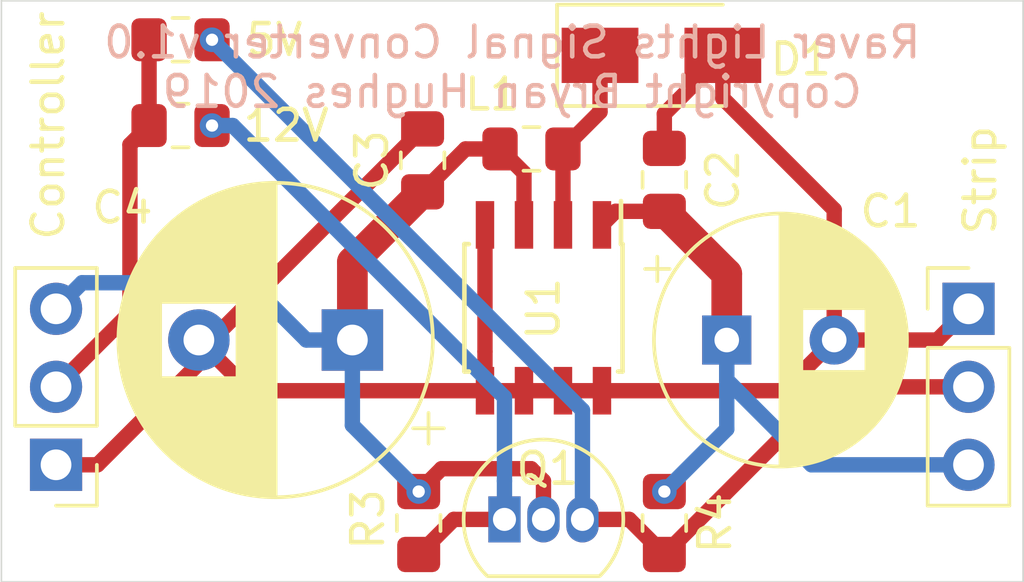
<source format=kicad_pcb>
(kicad_pcb (version 20171130) (host pcbnew "(5.1.0)-1")

  (general
    (thickness 1.6)
    (drawings 9)
    (tracks 71)
    (zones 0)
    (modules 14)
    (nets 8)
  )

  (page A4)
  (layers
    (0 F.Cu signal)
    (31 B.Cu signal)
    (32 B.Adhes user)
    (33 F.Adhes user)
    (34 B.Paste user)
    (35 F.Paste user)
    (36 B.SilkS user)
    (37 F.SilkS user)
    (38 B.Mask user)
    (39 F.Mask user)
    (40 Dwgs.User user)
    (41 Cmts.User user)
    (42 Eco1.User user)
    (43 Eco2.User user)
    (44 Edge.Cuts user)
    (45 Margin user)
    (46 B.CrtYd user)
    (47 F.CrtYd user)
    (48 B.Fab user)
    (49 F.Fab user)
  )

  (setup
    (last_trace_width 0.5)
    (user_trace_width 0.5)
    (user_trace_width 1)
    (user_trace_width 2)
    (trace_clearance 0.2)
    (zone_clearance 0.508)
    (zone_45_only no)
    (trace_min 0.2)
    (via_size 0.8)
    (via_drill 0.4)
    (via_min_size 0.4)
    (via_min_drill 0.3)
    (uvia_size 0.3)
    (uvia_drill 0.1)
    (uvias_allowed no)
    (uvia_min_size 0.2)
    (uvia_min_drill 0.1)
    (edge_width 0.05)
    (segment_width 0.2)
    (pcb_text_width 0.3)
    (pcb_text_size 1.5 1.5)
    (mod_edge_width 0.12)
    (mod_text_size 1 1)
    (mod_text_width 0.15)
    (pad_size 1.524 1.524)
    (pad_drill 0.762)
    (pad_to_mask_clearance 0.051)
    (solder_mask_min_width 0.25)
    (aux_axis_origin 0 0)
    (visible_elements FFFFFF7F)
    (pcbplotparams
      (layerselection 0x010fc_ffffffff)
      (usegerberextensions false)
      (usegerberattributes false)
      (usegerberadvancedattributes false)
      (creategerberjobfile false)
      (excludeedgelayer true)
      (linewidth 0.100000)
      (plotframeref false)
      (viasonmask false)
      (mode 1)
      (useauxorigin false)
      (hpglpennumber 1)
      (hpglpenspeed 20)
      (hpglpendiameter 15.000000)
      (psnegative false)
      (psa4output false)
      (plotreference true)
      (plotvalue true)
      (plotinvisibletext false)
      (padsonsilk false)
      (subtractmaskfromsilk false)
      (outputformat 1)
      (mirror false)
      (drillshape 1)
      (scaleselection 1)
      (outputdirectory ""))
  )

  (net 0 "")
  (net 1 +12V)
  (net 2 GND)
  (net 3 +5V)
  (net 4 "Net-(D1-Pad1)")
  (net 5 "Net-(Q1-Pad3)")
  (net 6 "Net-(Q1-Pad1)")
  (net 7 "Net-(R1-Pad2)")

  (net_class Default "This is the default net class."
    (clearance 0.2)
    (trace_width 0.25)
    (via_dia 0.8)
    (via_drill 0.4)
    (uvia_dia 0.3)
    (uvia_drill 0.1)
    (add_net +12V)
    (add_net +5V)
    (add_net GND)
    (add_net "Net-(D1-Pad1)")
    (add_net "Net-(Q1-Pad1)")
    (add_net "Net-(Q1-Pad3)")
    (add_net "Net-(R1-Pad2)")
  )

  (module Capacitor_THT:CP_Radial_D8.0mm_P3.50mm (layer F.Cu) (tedit 5AE50EF0) (tstamp 5D4CC569)
    (at 166.751 98.044)
    (descr "CP, Radial series, Radial, pin pitch=3.50mm, , diameter=8mm, Electrolytic Capacitor")
    (tags "CP Radial series Radial pin pitch 3.50mm  diameter 8mm Electrolytic Capacitor")
    (path /5D4FFBA1)
    (fp_text reference C1 (at 5.334 -4.191) (layer F.SilkS)
      (effects (font (size 1 1) (thickness 0.15)))
    )
    (fp_text value 330u (at 1.75 5.25) (layer F.Fab) hide
      (effects (font (size 1 1) (thickness 0.15)))
    )
    (fp_circle (center 1.75 0) (end 5.75 0) (layer F.Fab) (width 0.1))
    (fp_circle (center 1.75 0) (end 5.87 0) (layer F.SilkS) (width 0.12))
    (fp_circle (center 1.75 0) (end 6 0) (layer F.CrtYd) (width 0.05))
    (fp_line (start -1.676759 -1.7475) (end -0.876759 -1.7475) (layer F.Fab) (width 0.1))
    (fp_line (start -1.276759 -2.1475) (end -1.276759 -1.3475) (layer F.Fab) (width 0.1))
    (fp_line (start 1.75 -4.08) (end 1.75 4.08) (layer F.SilkS) (width 0.12))
    (fp_line (start 1.79 -4.08) (end 1.79 4.08) (layer F.SilkS) (width 0.12))
    (fp_line (start 1.83 -4.08) (end 1.83 4.08) (layer F.SilkS) (width 0.12))
    (fp_line (start 1.87 -4.079) (end 1.87 4.079) (layer F.SilkS) (width 0.12))
    (fp_line (start 1.91 -4.077) (end 1.91 4.077) (layer F.SilkS) (width 0.12))
    (fp_line (start 1.95 -4.076) (end 1.95 4.076) (layer F.SilkS) (width 0.12))
    (fp_line (start 1.99 -4.074) (end 1.99 4.074) (layer F.SilkS) (width 0.12))
    (fp_line (start 2.03 -4.071) (end 2.03 4.071) (layer F.SilkS) (width 0.12))
    (fp_line (start 2.07 -4.068) (end 2.07 4.068) (layer F.SilkS) (width 0.12))
    (fp_line (start 2.11 -4.065) (end 2.11 4.065) (layer F.SilkS) (width 0.12))
    (fp_line (start 2.15 -4.061) (end 2.15 4.061) (layer F.SilkS) (width 0.12))
    (fp_line (start 2.19 -4.057) (end 2.19 4.057) (layer F.SilkS) (width 0.12))
    (fp_line (start 2.23 -4.052) (end 2.23 4.052) (layer F.SilkS) (width 0.12))
    (fp_line (start 2.27 -4.048) (end 2.27 4.048) (layer F.SilkS) (width 0.12))
    (fp_line (start 2.31 -4.042) (end 2.31 4.042) (layer F.SilkS) (width 0.12))
    (fp_line (start 2.35 -4.037) (end 2.35 4.037) (layer F.SilkS) (width 0.12))
    (fp_line (start 2.39 -4.03) (end 2.39 4.03) (layer F.SilkS) (width 0.12))
    (fp_line (start 2.43 -4.024) (end 2.43 4.024) (layer F.SilkS) (width 0.12))
    (fp_line (start 2.471 -4.017) (end 2.471 -1.04) (layer F.SilkS) (width 0.12))
    (fp_line (start 2.471 1.04) (end 2.471 4.017) (layer F.SilkS) (width 0.12))
    (fp_line (start 2.511 -4.01) (end 2.511 -1.04) (layer F.SilkS) (width 0.12))
    (fp_line (start 2.511 1.04) (end 2.511 4.01) (layer F.SilkS) (width 0.12))
    (fp_line (start 2.551 -4.002) (end 2.551 -1.04) (layer F.SilkS) (width 0.12))
    (fp_line (start 2.551 1.04) (end 2.551 4.002) (layer F.SilkS) (width 0.12))
    (fp_line (start 2.591 -3.994) (end 2.591 -1.04) (layer F.SilkS) (width 0.12))
    (fp_line (start 2.591 1.04) (end 2.591 3.994) (layer F.SilkS) (width 0.12))
    (fp_line (start 2.631 -3.985) (end 2.631 -1.04) (layer F.SilkS) (width 0.12))
    (fp_line (start 2.631 1.04) (end 2.631 3.985) (layer F.SilkS) (width 0.12))
    (fp_line (start 2.671 -3.976) (end 2.671 -1.04) (layer F.SilkS) (width 0.12))
    (fp_line (start 2.671 1.04) (end 2.671 3.976) (layer F.SilkS) (width 0.12))
    (fp_line (start 2.711 -3.967) (end 2.711 -1.04) (layer F.SilkS) (width 0.12))
    (fp_line (start 2.711 1.04) (end 2.711 3.967) (layer F.SilkS) (width 0.12))
    (fp_line (start 2.751 -3.957) (end 2.751 -1.04) (layer F.SilkS) (width 0.12))
    (fp_line (start 2.751 1.04) (end 2.751 3.957) (layer F.SilkS) (width 0.12))
    (fp_line (start 2.791 -3.947) (end 2.791 -1.04) (layer F.SilkS) (width 0.12))
    (fp_line (start 2.791 1.04) (end 2.791 3.947) (layer F.SilkS) (width 0.12))
    (fp_line (start 2.831 -3.936) (end 2.831 -1.04) (layer F.SilkS) (width 0.12))
    (fp_line (start 2.831 1.04) (end 2.831 3.936) (layer F.SilkS) (width 0.12))
    (fp_line (start 2.871 -3.925) (end 2.871 -1.04) (layer F.SilkS) (width 0.12))
    (fp_line (start 2.871 1.04) (end 2.871 3.925) (layer F.SilkS) (width 0.12))
    (fp_line (start 2.911 -3.914) (end 2.911 -1.04) (layer F.SilkS) (width 0.12))
    (fp_line (start 2.911 1.04) (end 2.911 3.914) (layer F.SilkS) (width 0.12))
    (fp_line (start 2.951 -3.902) (end 2.951 -1.04) (layer F.SilkS) (width 0.12))
    (fp_line (start 2.951 1.04) (end 2.951 3.902) (layer F.SilkS) (width 0.12))
    (fp_line (start 2.991 -3.889) (end 2.991 -1.04) (layer F.SilkS) (width 0.12))
    (fp_line (start 2.991 1.04) (end 2.991 3.889) (layer F.SilkS) (width 0.12))
    (fp_line (start 3.031 -3.877) (end 3.031 -1.04) (layer F.SilkS) (width 0.12))
    (fp_line (start 3.031 1.04) (end 3.031 3.877) (layer F.SilkS) (width 0.12))
    (fp_line (start 3.071 -3.863) (end 3.071 -1.04) (layer F.SilkS) (width 0.12))
    (fp_line (start 3.071 1.04) (end 3.071 3.863) (layer F.SilkS) (width 0.12))
    (fp_line (start 3.111 -3.85) (end 3.111 -1.04) (layer F.SilkS) (width 0.12))
    (fp_line (start 3.111 1.04) (end 3.111 3.85) (layer F.SilkS) (width 0.12))
    (fp_line (start 3.151 -3.835) (end 3.151 -1.04) (layer F.SilkS) (width 0.12))
    (fp_line (start 3.151 1.04) (end 3.151 3.835) (layer F.SilkS) (width 0.12))
    (fp_line (start 3.191 -3.821) (end 3.191 -1.04) (layer F.SilkS) (width 0.12))
    (fp_line (start 3.191 1.04) (end 3.191 3.821) (layer F.SilkS) (width 0.12))
    (fp_line (start 3.231 -3.805) (end 3.231 -1.04) (layer F.SilkS) (width 0.12))
    (fp_line (start 3.231 1.04) (end 3.231 3.805) (layer F.SilkS) (width 0.12))
    (fp_line (start 3.271 -3.79) (end 3.271 -1.04) (layer F.SilkS) (width 0.12))
    (fp_line (start 3.271 1.04) (end 3.271 3.79) (layer F.SilkS) (width 0.12))
    (fp_line (start 3.311 -3.774) (end 3.311 -1.04) (layer F.SilkS) (width 0.12))
    (fp_line (start 3.311 1.04) (end 3.311 3.774) (layer F.SilkS) (width 0.12))
    (fp_line (start 3.351 -3.757) (end 3.351 -1.04) (layer F.SilkS) (width 0.12))
    (fp_line (start 3.351 1.04) (end 3.351 3.757) (layer F.SilkS) (width 0.12))
    (fp_line (start 3.391 -3.74) (end 3.391 -1.04) (layer F.SilkS) (width 0.12))
    (fp_line (start 3.391 1.04) (end 3.391 3.74) (layer F.SilkS) (width 0.12))
    (fp_line (start 3.431 -3.722) (end 3.431 -1.04) (layer F.SilkS) (width 0.12))
    (fp_line (start 3.431 1.04) (end 3.431 3.722) (layer F.SilkS) (width 0.12))
    (fp_line (start 3.471 -3.704) (end 3.471 -1.04) (layer F.SilkS) (width 0.12))
    (fp_line (start 3.471 1.04) (end 3.471 3.704) (layer F.SilkS) (width 0.12))
    (fp_line (start 3.511 -3.686) (end 3.511 -1.04) (layer F.SilkS) (width 0.12))
    (fp_line (start 3.511 1.04) (end 3.511 3.686) (layer F.SilkS) (width 0.12))
    (fp_line (start 3.551 -3.666) (end 3.551 -1.04) (layer F.SilkS) (width 0.12))
    (fp_line (start 3.551 1.04) (end 3.551 3.666) (layer F.SilkS) (width 0.12))
    (fp_line (start 3.591 -3.647) (end 3.591 -1.04) (layer F.SilkS) (width 0.12))
    (fp_line (start 3.591 1.04) (end 3.591 3.647) (layer F.SilkS) (width 0.12))
    (fp_line (start 3.631 -3.627) (end 3.631 -1.04) (layer F.SilkS) (width 0.12))
    (fp_line (start 3.631 1.04) (end 3.631 3.627) (layer F.SilkS) (width 0.12))
    (fp_line (start 3.671 -3.606) (end 3.671 -1.04) (layer F.SilkS) (width 0.12))
    (fp_line (start 3.671 1.04) (end 3.671 3.606) (layer F.SilkS) (width 0.12))
    (fp_line (start 3.711 -3.584) (end 3.711 -1.04) (layer F.SilkS) (width 0.12))
    (fp_line (start 3.711 1.04) (end 3.711 3.584) (layer F.SilkS) (width 0.12))
    (fp_line (start 3.751 -3.562) (end 3.751 -1.04) (layer F.SilkS) (width 0.12))
    (fp_line (start 3.751 1.04) (end 3.751 3.562) (layer F.SilkS) (width 0.12))
    (fp_line (start 3.791 -3.54) (end 3.791 -1.04) (layer F.SilkS) (width 0.12))
    (fp_line (start 3.791 1.04) (end 3.791 3.54) (layer F.SilkS) (width 0.12))
    (fp_line (start 3.831 -3.517) (end 3.831 -1.04) (layer F.SilkS) (width 0.12))
    (fp_line (start 3.831 1.04) (end 3.831 3.517) (layer F.SilkS) (width 0.12))
    (fp_line (start 3.871 -3.493) (end 3.871 -1.04) (layer F.SilkS) (width 0.12))
    (fp_line (start 3.871 1.04) (end 3.871 3.493) (layer F.SilkS) (width 0.12))
    (fp_line (start 3.911 -3.469) (end 3.911 -1.04) (layer F.SilkS) (width 0.12))
    (fp_line (start 3.911 1.04) (end 3.911 3.469) (layer F.SilkS) (width 0.12))
    (fp_line (start 3.951 -3.444) (end 3.951 -1.04) (layer F.SilkS) (width 0.12))
    (fp_line (start 3.951 1.04) (end 3.951 3.444) (layer F.SilkS) (width 0.12))
    (fp_line (start 3.991 -3.418) (end 3.991 -1.04) (layer F.SilkS) (width 0.12))
    (fp_line (start 3.991 1.04) (end 3.991 3.418) (layer F.SilkS) (width 0.12))
    (fp_line (start 4.031 -3.392) (end 4.031 -1.04) (layer F.SilkS) (width 0.12))
    (fp_line (start 4.031 1.04) (end 4.031 3.392) (layer F.SilkS) (width 0.12))
    (fp_line (start 4.071 -3.365) (end 4.071 -1.04) (layer F.SilkS) (width 0.12))
    (fp_line (start 4.071 1.04) (end 4.071 3.365) (layer F.SilkS) (width 0.12))
    (fp_line (start 4.111 -3.338) (end 4.111 -1.04) (layer F.SilkS) (width 0.12))
    (fp_line (start 4.111 1.04) (end 4.111 3.338) (layer F.SilkS) (width 0.12))
    (fp_line (start 4.151 -3.309) (end 4.151 -1.04) (layer F.SilkS) (width 0.12))
    (fp_line (start 4.151 1.04) (end 4.151 3.309) (layer F.SilkS) (width 0.12))
    (fp_line (start 4.191 -3.28) (end 4.191 -1.04) (layer F.SilkS) (width 0.12))
    (fp_line (start 4.191 1.04) (end 4.191 3.28) (layer F.SilkS) (width 0.12))
    (fp_line (start 4.231 -3.25) (end 4.231 -1.04) (layer F.SilkS) (width 0.12))
    (fp_line (start 4.231 1.04) (end 4.231 3.25) (layer F.SilkS) (width 0.12))
    (fp_line (start 4.271 -3.22) (end 4.271 -1.04) (layer F.SilkS) (width 0.12))
    (fp_line (start 4.271 1.04) (end 4.271 3.22) (layer F.SilkS) (width 0.12))
    (fp_line (start 4.311 -3.189) (end 4.311 -1.04) (layer F.SilkS) (width 0.12))
    (fp_line (start 4.311 1.04) (end 4.311 3.189) (layer F.SilkS) (width 0.12))
    (fp_line (start 4.351 -3.156) (end 4.351 -1.04) (layer F.SilkS) (width 0.12))
    (fp_line (start 4.351 1.04) (end 4.351 3.156) (layer F.SilkS) (width 0.12))
    (fp_line (start 4.391 -3.124) (end 4.391 -1.04) (layer F.SilkS) (width 0.12))
    (fp_line (start 4.391 1.04) (end 4.391 3.124) (layer F.SilkS) (width 0.12))
    (fp_line (start 4.431 -3.09) (end 4.431 -1.04) (layer F.SilkS) (width 0.12))
    (fp_line (start 4.431 1.04) (end 4.431 3.09) (layer F.SilkS) (width 0.12))
    (fp_line (start 4.471 -3.055) (end 4.471 -1.04) (layer F.SilkS) (width 0.12))
    (fp_line (start 4.471 1.04) (end 4.471 3.055) (layer F.SilkS) (width 0.12))
    (fp_line (start 4.511 -3.019) (end 4.511 -1.04) (layer F.SilkS) (width 0.12))
    (fp_line (start 4.511 1.04) (end 4.511 3.019) (layer F.SilkS) (width 0.12))
    (fp_line (start 4.551 -2.983) (end 4.551 2.983) (layer F.SilkS) (width 0.12))
    (fp_line (start 4.591 -2.945) (end 4.591 2.945) (layer F.SilkS) (width 0.12))
    (fp_line (start 4.631 -2.907) (end 4.631 2.907) (layer F.SilkS) (width 0.12))
    (fp_line (start 4.671 -2.867) (end 4.671 2.867) (layer F.SilkS) (width 0.12))
    (fp_line (start 4.711 -2.826) (end 4.711 2.826) (layer F.SilkS) (width 0.12))
    (fp_line (start 4.751 -2.784) (end 4.751 2.784) (layer F.SilkS) (width 0.12))
    (fp_line (start 4.791 -2.741) (end 4.791 2.741) (layer F.SilkS) (width 0.12))
    (fp_line (start 4.831 -2.697) (end 4.831 2.697) (layer F.SilkS) (width 0.12))
    (fp_line (start 4.871 -2.651) (end 4.871 2.651) (layer F.SilkS) (width 0.12))
    (fp_line (start 4.911 -2.604) (end 4.911 2.604) (layer F.SilkS) (width 0.12))
    (fp_line (start 4.951 -2.556) (end 4.951 2.556) (layer F.SilkS) (width 0.12))
    (fp_line (start 4.991 -2.505) (end 4.991 2.505) (layer F.SilkS) (width 0.12))
    (fp_line (start 5.031 -2.454) (end 5.031 2.454) (layer F.SilkS) (width 0.12))
    (fp_line (start 5.071 -2.4) (end 5.071 2.4) (layer F.SilkS) (width 0.12))
    (fp_line (start 5.111 -2.345) (end 5.111 2.345) (layer F.SilkS) (width 0.12))
    (fp_line (start 5.151 -2.287) (end 5.151 2.287) (layer F.SilkS) (width 0.12))
    (fp_line (start 5.191 -2.228) (end 5.191 2.228) (layer F.SilkS) (width 0.12))
    (fp_line (start 5.231 -2.166) (end 5.231 2.166) (layer F.SilkS) (width 0.12))
    (fp_line (start 5.271 -2.102) (end 5.271 2.102) (layer F.SilkS) (width 0.12))
    (fp_line (start 5.311 -2.034) (end 5.311 2.034) (layer F.SilkS) (width 0.12))
    (fp_line (start 5.351 -1.964) (end 5.351 1.964) (layer F.SilkS) (width 0.12))
    (fp_line (start 5.391 -1.89) (end 5.391 1.89) (layer F.SilkS) (width 0.12))
    (fp_line (start 5.431 -1.813) (end 5.431 1.813) (layer F.SilkS) (width 0.12))
    (fp_line (start 5.471 -1.731) (end 5.471 1.731) (layer F.SilkS) (width 0.12))
    (fp_line (start 5.511 -1.645) (end 5.511 1.645) (layer F.SilkS) (width 0.12))
    (fp_line (start 5.551 -1.552) (end 5.551 1.552) (layer F.SilkS) (width 0.12))
    (fp_line (start 5.591 -1.453) (end 5.591 1.453) (layer F.SilkS) (width 0.12))
    (fp_line (start 5.631 -1.346) (end 5.631 1.346) (layer F.SilkS) (width 0.12))
    (fp_line (start 5.671 -1.229) (end 5.671 1.229) (layer F.SilkS) (width 0.12))
    (fp_line (start 5.711 -1.098) (end 5.711 1.098) (layer F.SilkS) (width 0.12))
    (fp_line (start 5.751 -0.948) (end 5.751 0.948) (layer F.SilkS) (width 0.12))
    (fp_line (start 5.791 -0.768) (end 5.791 0.768) (layer F.SilkS) (width 0.12))
    (fp_line (start 5.831 -0.533) (end 5.831 0.533) (layer F.SilkS) (width 0.12))
    (fp_line (start -2.659698 -2.315) (end -1.859698 -2.315) (layer F.SilkS) (width 0.12))
    (fp_line (start -2.259698 -2.715) (end -2.259698 -1.915) (layer F.SilkS) (width 0.12))
    (fp_text user %R (at 1.75 0) (layer F.Fab)
      (effects (font (size 1 1) (thickness 0.15)))
    )
    (pad 1 thru_hole rect (at 0 0) (size 1.6 1.6) (drill 0.8) (layers *.Cu *.Mask)
      (net 1 +12V))
    (pad 2 thru_hole circle (at 3.5 0) (size 1.6 1.6) (drill 0.8) (layers *.Cu *.Mask)
      (net 2 GND))
    (model ${KISYS3DMOD}/Capacitor_THT.3dshapes/CP_Radial_D8.0mm_P3.50mm.wrl
      (at (xyz 0 0 0))
      (scale (xyz 1 1 1))
      (rotate (xyz 0 0 0))
    )
  )

  (module Capacitor_SMD:C_0805_2012Metric_Pad1.15x1.40mm_HandSolder (layer F.Cu) (tedit 5B36C52B) (tstamp 5D4C94EE)
    (at 164.719 92.828 90)
    (descr "Capacitor SMD 0805 (2012 Metric), square (rectangular) end terminal, IPC_7351 nominal with elongated pad for handsoldering. (Body size source: https://docs.google.com/spreadsheets/d/1BsfQQcO9C6DZCsRaXUlFlo91Tg2WpOkGARC1WS5S8t0/edit?usp=sharing), generated with kicad-footprint-generator")
    (tags "capacitor handsolder")
    (path /5D4E2B6E)
    (attr smd)
    (fp_text reference C2 (at -0.009 1.905 90) (layer F.SilkS)
      (effects (font (size 1 1) (thickness 0.15)))
    )
    (fp_text value 0.1u (at 0 1.65 90) (layer F.Fab) hide
      (effects (font (size 1 1) (thickness 0.15)))
    )
    (fp_line (start -1 0.6) (end -1 -0.6) (layer F.Fab) (width 0.1))
    (fp_line (start -1 -0.6) (end 1 -0.6) (layer F.Fab) (width 0.1))
    (fp_line (start 1 -0.6) (end 1 0.6) (layer F.Fab) (width 0.1))
    (fp_line (start 1 0.6) (end -1 0.6) (layer F.Fab) (width 0.1))
    (fp_line (start -0.261252 -0.71) (end 0.261252 -0.71) (layer F.SilkS) (width 0.12))
    (fp_line (start -0.261252 0.71) (end 0.261252 0.71) (layer F.SilkS) (width 0.12))
    (fp_line (start -1.85 0.95) (end -1.85 -0.95) (layer F.CrtYd) (width 0.05))
    (fp_line (start -1.85 -0.95) (end 1.85 -0.95) (layer F.CrtYd) (width 0.05))
    (fp_line (start 1.85 -0.95) (end 1.85 0.95) (layer F.CrtYd) (width 0.05))
    (fp_line (start 1.85 0.95) (end -1.85 0.95) (layer F.CrtYd) (width 0.05))
    (fp_text user %R (at 0 0 90) (layer F.Fab)
      (effects (font (size 0.5 0.5) (thickness 0.08)))
    )
    (pad 1 smd roundrect (at -1.025 0 90) (size 1.15 1.4) (layers F.Cu F.Paste F.Mask) (roundrect_rratio 0.217391)
      (net 1 +12V))
    (pad 2 smd roundrect (at 1.025 0 90) (size 1.15 1.4) (layers F.Cu F.Paste F.Mask) (roundrect_rratio 0.217391)
      (net 2 GND))
    (model ${KISYS3DMOD}/Capacitor_SMD.3dshapes/C_0805_2012Metric.wrl
      (at (xyz 0 0 0))
      (scale (xyz 1 1 1))
      (rotate (xyz 0 0 0))
    )
  )

  (module Capacitor_SMD:C_0805_2012Metric_Pad1.15x1.40mm_HandSolder (layer F.Cu) (tedit 5B36C52B) (tstamp 5D4C94FF)
    (at 156.845 92.193 90)
    (descr "Capacitor SMD 0805 (2012 Metric), square (rectangular) end terminal, IPC_7351 nominal with elongated pad for handsoldering. (Body size source: https://docs.google.com/spreadsheets/d/1BsfQQcO9C6DZCsRaXUlFlo91Tg2WpOkGARC1WS5S8t0/edit?usp=sharing), generated with kicad-footprint-generator")
    (tags "capacitor handsolder")
    (path /5D4E2F13)
    (attr smd)
    (fp_text reference C3 (at 0 -1.65 90) (layer F.SilkS)
      (effects (font (size 1 1) (thickness 0.15)))
    )
    (fp_text value 0.1u (at 0 1.65 90) (layer F.Fab) hide
      (effects (font (size 1 1) (thickness 0.15)))
    )
    (fp_text user %R (at 0 0 90) (layer F.Fab)
      (effects (font (size 0.5 0.5) (thickness 0.08)))
    )
    (fp_line (start 1.85 0.95) (end -1.85 0.95) (layer F.CrtYd) (width 0.05))
    (fp_line (start 1.85 -0.95) (end 1.85 0.95) (layer F.CrtYd) (width 0.05))
    (fp_line (start -1.85 -0.95) (end 1.85 -0.95) (layer F.CrtYd) (width 0.05))
    (fp_line (start -1.85 0.95) (end -1.85 -0.95) (layer F.CrtYd) (width 0.05))
    (fp_line (start -0.261252 0.71) (end 0.261252 0.71) (layer F.SilkS) (width 0.12))
    (fp_line (start -0.261252 -0.71) (end 0.261252 -0.71) (layer F.SilkS) (width 0.12))
    (fp_line (start 1 0.6) (end -1 0.6) (layer F.Fab) (width 0.1))
    (fp_line (start 1 -0.6) (end 1 0.6) (layer F.Fab) (width 0.1))
    (fp_line (start -1 -0.6) (end 1 -0.6) (layer F.Fab) (width 0.1))
    (fp_line (start -1 0.6) (end -1 -0.6) (layer F.Fab) (width 0.1))
    (pad 2 smd roundrect (at 1.025 0 90) (size 1.15 1.4) (layers F.Cu F.Paste F.Mask) (roundrect_rratio 0.217391)
      (net 2 GND))
    (pad 1 smd roundrect (at -1.025 0 90) (size 1.15 1.4) (layers F.Cu F.Paste F.Mask) (roundrect_rratio 0.217391)
      (net 3 +5V))
    (model ${KISYS3DMOD}/Capacitor_SMD.3dshapes/C_0805_2012Metric.wrl
      (at (xyz 0 0 0))
      (scale (xyz 1 1 1))
      (rotate (xyz 0 0 0))
    )
  )

  (module Capacitor_THT:CP_Radial_D10.0mm_P5.00mm (layer F.Cu) (tedit 5AE50EF1) (tstamp 5D4C95CB)
    (at 154.559 98.044 180)
    (descr "CP, Radial series, Radial, pin pitch=5.00mm, , diameter=10mm, Electrolytic Capacitor")
    (tags "CP Radial series Radial pin pitch 5.00mm  diameter 10mm Electrolytic Capacitor")
    (path /5D500311)
    (fp_text reference C4 (at 7.493 4.318 180) (layer F.SilkS)
      (effects (font (size 1 1) (thickness 0.15)))
    )
    (fp_text value 1000u (at 2.5 6.25 180) (layer F.Fab) hide
      (effects (font (size 1 1) (thickness 0.15)))
    )
    (fp_circle (center 2.5 0) (end 7.5 0) (layer F.Fab) (width 0.1))
    (fp_circle (center 2.5 0) (end 7.62 0) (layer F.SilkS) (width 0.12))
    (fp_circle (center 2.5 0) (end 7.75 0) (layer F.CrtYd) (width 0.05))
    (fp_line (start -1.788861 -2.1875) (end -0.788861 -2.1875) (layer F.Fab) (width 0.1))
    (fp_line (start -1.288861 -2.6875) (end -1.288861 -1.6875) (layer F.Fab) (width 0.1))
    (fp_line (start 2.5 -5.08) (end 2.5 5.08) (layer F.SilkS) (width 0.12))
    (fp_line (start 2.54 -5.08) (end 2.54 5.08) (layer F.SilkS) (width 0.12))
    (fp_line (start 2.58 -5.08) (end 2.58 5.08) (layer F.SilkS) (width 0.12))
    (fp_line (start 2.62 -5.079) (end 2.62 5.079) (layer F.SilkS) (width 0.12))
    (fp_line (start 2.66 -5.078) (end 2.66 5.078) (layer F.SilkS) (width 0.12))
    (fp_line (start 2.7 -5.077) (end 2.7 5.077) (layer F.SilkS) (width 0.12))
    (fp_line (start 2.74 -5.075) (end 2.74 5.075) (layer F.SilkS) (width 0.12))
    (fp_line (start 2.78 -5.073) (end 2.78 5.073) (layer F.SilkS) (width 0.12))
    (fp_line (start 2.82 -5.07) (end 2.82 5.07) (layer F.SilkS) (width 0.12))
    (fp_line (start 2.86 -5.068) (end 2.86 5.068) (layer F.SilkS) (width 0.12))
    (fp_line (start 2.9 -5.065) (end 2.9 5.065) (layer F.SilkS) (width 0.12))
    (fp_line (start 2.94 -5.062) (end 2.94 5.062) (layer F.SilkS) (width 0.12))
    (fp_line (start 2.98 -5.058) (end 2.98 5.058) (layer F.SilkS) (width 0.12))
    (fp_line (start 3.02 -5.054) (end 3.02 5.054) (layer F.SilkS) (width 0.12))
    (fp_line (start 3.06 -5.05) (end 3.06 5.05) (layer F.SilkS) (width 0.12))
    (fp_line (start 3.1 -5.045) (end 3.1 5.045) (layer F.SilkS) (width 0.12))
    (fp_line (start 3.14 -5.04) (end 3.14 5.04) (layer F.SilkS) (width 0.12))
    (fp_line (start 3.18 -5.035) (end 3.18 5.035) (layer F.SilkS) (width 0.12))
    (fp_line (start 3.221 -5.03) (end 3.221 5.03) (layer F.SilkS) (width 0.12))
    (fp_line (start 3.261 -5.024) (end 3.261 5.024) (layer F.SilkS) (width 0.12))
    (fp_line (start 3.301 -5.018) (end 3.301 5.018) (layer F.SilkS) (width 0.12))
    (fp_line (start 3.341 -5.011) (end 3.341 5.011) (layer F.SilkS) (width 0.12))
    (fp_line (start 3.381 -5.004) (end 3.381 5.004) (layer F.SilkS) (width 0.12))
    (fp_line (start 3.421 -4.997) (end 3.421 4.997) (layer F.SilkS) (width 0.12))
    (fp_line (start 3.461 -4.99) (end 3.461 4.99) (layer F.SilkS) (width 0.12))
    (fp_line (start 3.501 -4.982) (end 3.501 4.982) (layer F.SilkS) (width 0.12))
    (fp_line (start 3.541 -4.974) (end 3.541 4.974) (layer F.SilkS) (width 0.12))
    (fp_line (start 3.581 -4.965) (end 3.581 4.965) (layer F.SilkS) (width 0.12))
    (fp_line (start 3.621 -4.956) (end 3.621 4.956) (layer F.SilkS) (width 0.12))
    (fp_line (start 3.661 -4.947) (end 3.661 4.947) (layer F.SilkS) (width 0.12))
    (fp_line (start 3.701 -4.938) (end 3.701 4.938) (layer F.SilkS) (width 0.12))
    (fp_line (start 3.741 -4.928) (end 3.741 4.928) (layer F.SilkS) (width 0.12))
    (fp_line (start 3.781 -4.918) (end 3.781 -1.241) (layer F.SilkS) (width 0.12))
    (fp_line (start 3.781 1.241) (end 3.781 4.918) (layer F.SilkS) (width 0.12))
    (fp_line (start 3.821 -4.907) (end 3.821 -1.241) (layer F.SilkS) (width 0.12))
    (fp_line (start 3.821 1.241) (end 3.821 4.907) (layer F.SilkS) (width 0.12))
    (fp_line (start 3.861 -4.897) (end 3.861 -1.241) (layer F.SilkS) (width 0.12))
    (fp_line (start 3.861 1.241) (end 3.861 4.897) (layer F.SilkS) (width 0.12))
    (fp_line (start 3.901 -4.885) (end 3.901 -1.241) (layer F.SilkS) (width 0.12))
    (fp_line (start 3.901 1.241) (end 3.901 4.885) (layer F.SilkS) (width 0.12))
    (fp_line (start 3.941 -4.874) (end 3.941 -1.241) (layer F.SilkS) (width 0.12))
    (fp_line (start 3.941 1.241) (end 3.941 4.874) (layer F.SilkS) (width 0.12))
    (fp_line (start 3.981 -4.862) (end 3.981 -1.241) (layer F.SilkS) (width 0.12))
    (fp_line (start 3.981 1.241) (end 3.981 4.862) (layer F.SilkS) (width 0.12))
    (fp_line (start 4.021 -4.85) (end 4.021 -1.241) (layer F.SilkS) (width 0.12))
    (fp_line (start 4.021 1.241) (end 4.021 4.85) (layer F.SilkS) (width 0.12))
    (fp_line (start 4.061 -4.837) (end 4.061 -1.241) (layer F.SilkS) (width 0.12))
    (fp_line (start 4.061 1.241) (end 4.061 4.837) (layer F.SilkS) (width 0.12))
    (fp_line (start 4.101 -4.824) (end 4.101 -1.241) (layer F.SilkS) (width 0.12))
    (fp_line (start 4.101 1.241) (end 4.101 4.824) (layer F.SilkS) (width 0.12))
    (fp_line (start 4.141 -4.811) (end 4.141 -1.241) (layer F.SilkS) (width 0.12))
    (fp_line (start 4.141 1.241) (end 4.141 4.811) (layer F.SilkS) (width 0.12))
    (fp_line (start 4.181 -4.797) (end 4.181 -1.241) (layer F.SilkS) (width 0.12))
    (fp_line (start 4.181 1.241) (end 4.181 4.797) (layer F.SilkS) (width 0.12))
    (fp_line (start 4.221 -4.783) (end 4.221 -1.241) (layer F.SilkS) (width 0.12))
    (fp_line (start 4.221 1.241) (end 4.221 4.783) (layer F.SilkS) (width 0.12))
    (fp_line (start 4.261 -4.768) (end 4.261 -1.241) (layer F.SilkS) (width 0.12))
    (fp_line (start 4.261 1.241) (end 4.261 4.768) (layer F.SilkS) (width 0.12))
    (fp_line (start 4.301 -4.754) (end 4.301 -1.241) (layer F.SilkS) (width 0.12))
    (fp_line (start 4.301 1.241) (end 4.301 4.754) (layer F.SilkS) (width 0.12))
    (fp_line (start 4.341 -4.738) (end 4.341 -1.241) (layer F.SilkS) (width 0.12))
    (fp_line (start 4.341 1.241) (end 4.341 4.738) (layer F.SilkS) (width 0.12))
    (fp_line (start 4.381 -4.723) (end 4.381 -1.241) (layer F.SilkS) (width 0.12))
    (fp_line (start 4.381 1.241) (end 4.381 4.723) (layer F.SilkS) (width 0.12))
    (fp_line (start 4.421 -4.707) (end 4.421 -1.241) (layer F.SilkS) (width 0.12))
    (fp_line (start 4.421 1.241) (end 4.421 4.707) (layer F.SilkS) (width 0.12))
    (fp_line (start 4.461 -4.69) (end 4.461 -1.241) (layer F.SilkS) (width 0.12))
    (fp_line (start 4.461 1.241) (end 4.461 4.69) (layer F.SilkS) (width 0.12))
    (fp_line (start 4.501 -4.674) (end 4.501 -1.241) (layer F.SilkS) (width 0.12))
    (fp_line (start 4.501 1.241) (end 4.501 4.674) (layer F.SilkS) (width 0.12))
    (fp_line (start 4.541 -4.657) (end 4.541 -1.241) (layer F.SilkS) (width 0.12))
    (fp_line (start 4.541 1.241) (end 4.541 4.657) (layer F.SilkS) (width 0.12))
    (fp_line (start 4.581 -4.639) (end 4.581 -1.241) (layer F.SilkS) (width 0.12))
    (fp_line (start 4.581 1.241) (end 4.581 4.639) (layer F.SilkS) (width 0.12))
    (fp_line (start 4.621 -4.621) (end 4.621 -1.241) (layer F.SilkS) (width 0.12))
    (fp_line (start 4.621 1.241) (end 4.621 4.621) (layer F.SilkS) (width 0.12))
    (fp_line (start 4.661 -4.603) (end 4.661 -1.241) (layer F.SilkS) (width 0.12))
    (fp_line (start 4.661 1.241) (end 4.661 4.603) (layer F.SilkS) (width 0.12))
    (fp_line (start 4.701 -4.584) (end 4.701 -1.241) (layer F.SilkS) (width 0.12))
    (fp_line (start 4.701 1.241) (end 4.701 4.584) (layer F.SilkS) (width 0.12))
    (fp_line (start 4.741 -4.564) (end 4.741 -1.241) (layer F.SilkS) (width 0.12))
    (fp_line (start 4.741 1.241) (end 4.741 4.564) (layer F.SilkS) (width 0.12))
    (fp_line (start 4.781 -4.545) (end 4.781 -1.241) (layer F.SilkS) (width 0.12))
    (fp_line (start 4.781 1.241) (end 4.781 4.545) (layer F.SilkS) (width 0.12))
    (fp_line (start 4.821 -4.525) (end 4.821 -1.241) (layer F.SilkS) (width 0.12))
    (fp_line (start 4.821 1.241) (end 4.821 4.525) (layer F.SilkS) (width 0.12))
    (fp_line (start 4.861 -4.504) (end 4.861 -1.241) (layer F.SilkS) (width 0.12))
    (fp_line (start 4.861 1.241) (end 4.861 4.504) (layer F.SilkS) (width 0.12))
    (fp_line (start 4.901 -4.483) (end 4.901 -1.241) (layer F.SilkS) (width 0.12))
    (fp_line (start 4.901 1.241) (end 4.901 4.483) (layer F.SilkS) (width 0.12))
    (fp_line (start 4.941 -4.462) (end 4.941 -1.241) (layer F.SilkS) (width 0.12))
    (fp_line (start 4.941 1.241) (end 4.941 4.462) (layer F.SilkS) (width 0.12))
    (fp_line (start 4.981 -4.44) (end 4.981 -1.241) (layer F.SilkS) (width 0.12))
    (fp_line (start 4.981 1.241) (end 4.981 4.44) (layer F.SilkS) (width 0.12))
    (fp_line (start 5.021 -4.417) (end 5.021 -1.241) (layer F.SilkS) (width 0.12))
    (fp_line (start 5.021 1.241) (end 5.021 4.417) (layer F.SilkS) (width 0.12))
    (fp_line (start 5.061 -4.395) (end 5.061 -1.241) (layer F.SilkS) (width 0.12))
    (fp_line (start 5.061 1.241) (end 5.061 4.395) (layer F.SilkS) (width 0.12))
    (fp_line (start 5.101 -4.371) (end 5.101 -1.241) (layer F.SilkS) (width 0.12))
    (fp_line (start 5.101 1.241) (end 5.101 4.371) (layer F.SilkS) (width 0.12))
    (fp_line (start 5.141 -4.347) (end 5.141 -1.241) (layer F.SilkS) (width 0.12))
    (fp_line (start 5.141 1.241) (end 5.141 4.347) (layer F.SilkS) (width 0.12))
    (fp_line (start 5.181 -4.323) (end 5.181 -1.241) (layer F.SilkS) (width 0.12))
    (fp_line (start 5.181 1.241) (end 5.181 4.323) (layer F.SilkS) (width 0.12))
    (fp_line (start 5.221 -4.298) (end 5.221 -1.241) (layer F.SilkS) (width 0.12))
    (fp_line (start 5.221 1.241) (end 5.221 4.298) (layer F.SilkS) (width 0.12))
    (fp_line (start 5.261 -4.273) (end 5.261 -1.241) (layer F.SilkS) (width 0.12))
    (fp_line (start 5.261 1.241) (end 5.261 4.273) (layer F.SilkS) (width 0.12))
    (fp_line (start 5.301 -4.247) (end 5.301 -1.241) (layer F.SilkS) (width 0.12))
    (fp_line (start 5.301 1.241) (end 5.301 4.247) (layer F.SilkS) (width 0.12))
    (fp_line (start 5.341 -4.221) (end 5.341 -1.241) (layer F.SilkS) (width 0.12))
    (fp_line (start 5.341 1.241) (end 5.341 4.221) (layer F.SilkS) (width 0.12))
    (fp_line (start 5.381 -4.194) (end 5.381 -1.241) (layer F.SilkS) (width 0.12))
    (fp_line (start 5.381 1.241) (end 5.381 4.194) (layer F.SilkS) (width 0.12))
    (fp_line (start 5.421 -4.166) (end 5.421 -1.241) (layer F.SilkS) (width 0.12))
    (fp_line (start 5.421 1.241) (end 5.421 4.166) (layer F.SilkS) (width 0.12))
    (fp_line (start 5.461 -4.138) (end 5.461 -1.241) (layer F.SilkS) (width 0.12))
    (fp_line (start 5.461 1.241) (end 5.461 4.138) (layer F.SilkS) (width 0.12))
    (fp_line (start 5.501 -4.11) (end 5.501 -1.241) (layer F.SilkS) (width 0.12))
    (fp_line (start 5.501 1.241) (end 5.501 4.11) (layer F.SilkS) (width 0.12))
    (fp_line (start 5.541 -4.08) (end 5.541 -1.241) (layer F.SilkS) (width 0.12))
    (fp_line (start 5.541 1.241) (end 5.541 4.08) (layer F.SilkS) (width 0.12))
    (fp_line (start 5.581 -4.05) (end 5.581 -1.241) (layer F.SilkS) (width 0.12))
    (fp_line (start 5.581 1.241) (end 5.581 4.05) (layer F.SilkS) (width 0.12))
    (fp_line (start 5.621 -4.02) (end 5.621 -1.241) (layer F.SilkS) (width 0.12))
    (fp_line (start 5.621 1.241) (end 5.621 4.02) (layer F.SilkS) (width 0.12))
    (fp_line (start 5.661 -3.989) (end 5.661 -1.241) (layer F.SilkS) (width 0.12))
    (fp_line (start 5.661 1.241) (end 5.661 3.989) (layer F.SilkS) (width 0.12))
    (fp_line (start 5.701 -3.957) (end 5.701 -1.241) (layer F.SilkS) (width 0.12))
    (fp_line (start 5.701 1.241) (end 5.701 3.957) (layer F.SilkS) (width 0.12))
    (fp_line (start 5.741 -3.925) (end 5.741 -1.241) (layer F.SilkS) (width 0.12))
    (fp_line (start 5.741 1.241) (end 5.741 3.925) (layer F.SilkS) (width 0.12))
    (fp_line (start 5.781 -3.892) (end 5.781 -1.241) (layer F.SilkS) (width 0.12))
    (fp_line (start 5.781 1.241) (end 5.781 3.892) (layer F.SilkS) (width 0.12))
    (fp_line (start 5.821 -3.858) (end 5.821 -1.241) (layer F.SilkS) (width 0.12))
    (fp_line (start 5.821 1.241) (end 5.821 3.858) (layer F.SilkS) (width 0.12))
    (fp_line (start 5.861 -3.824) (end 5.861 -1.241) (layer F.SilkS) (width 0.12))
    (fp_line (start 5.861 1.241) (end 5.861 3.824) (layer F.SilkS) (width 0.12))
    (fp_line (start 5.901 -3.789) (end 5.901 -1.241) (layer F.SilkS) (width 0.12))
    (fp_line (start 5.901 1.241) (end 5.901 3.789) (layer F.SilkS) (width 0.12))
    (fp_line (start 5.941 -3.753) (end 5.941 -1.241) (layer F.SilkS) (width 0.12))
    (fp_line (start 5.941 1.241) (end 5.941 3.753) (layer F.SilkS) (width 0.12))
    (fp_line (start 5.981 -3.716) (end 5.981 -1.241) (layer F.SilkS) (width 0.12))
    (fp_line (start 5.981 1.241) (end 5.981 3.716) (layer F.SilkS) (width 0.12))
    (fp_line (start 6.021 -3.679) (end 6.021 -1.241) (layer F.SilkS) (width 0.12))
    (fp_line (start 6.021 1.241) (end 6.021 3.679) (layer F.SilkS) (width 0.12))
    (fp_line (start 6.061 -3.64) (end 6.061 -1.241) (layer F.SilkS) (width 0.12))
    (fp_line (start 6.061 1.241) (end 6.061 3.64) (layer F.SilkS) (width 0.12))
    (fp_line (start 6.101 -3.601) (end 6.101 -1.241) (layer F.SilkS) (width 0.12))
    (fp_line (start 6.101 1.241) (end 6.101 3.601) (layer F.SilkS) (width 0.12))
    (fp_line (start 6.141 -3.561) (end 6.141 -1.241) (layer F.SilkS) (width 0.12))
    (fp_line (start 6.141 1.241) (end 6.141 3.561) (layer F.SilkS) (width 0.12))
    (fp_line (start 6.181 -3.52) (end 6.181 -1.241) (layer F.SilkS) (width 0.12))
    (fp_line (start 6.181 1.241) (end 6.181 3.52) (layer F.SilkS) (width 0.12))
    (fp_line (start 6.221 -3.478) (end 6.221 -1.241) (layer F.SilkS) (width 0.12))
    (fp_line (start 6.221 1.241) (end 6.221 3.478) (layer F.SilkS) (width 0.12))
    (fp_line (start 6.261 -3.436) (end 6.261 3.436) (layer F.SilkS) (width 0.12))
    (fp_line (start 6.301 -3.392) (end 6.301 3.392) (layer F.SilkS) (width 0.12))
    (fp_line (start 6.341 -3.347) (end 6.341 3.347) (layer F.SilkS) (width 0.12))
    (fp_line (start 6.381 -3.301) (end 6.381 3.301) (layer F.SilkS) (width 0.12))
    (fp_line (start 6.421 -3.254) (end 6.421 3.254) (layer F.SilkS) (width 0.12))
    (fp_line (start 6.461 -3.206) (end 6.461 3.206) (layer F.SilkS) (width 0.12))
    (fp_line (start 6.501 -3.156) (end 6.501 3.156) (layer F.SilkS) (width 0.12))
    (fp_line (start 6.541 -3.106) (end 6.541 3.106) (layer F.SilkS) (width 0.12))
    (fp_line (start 6.581 -3.054) (end 6.581 3.054) (layer F.SilkS) (width 0.12))
    (fp_line (start 6.621 -3) (end 6.621 3) (layer F.SilkS) (width 0.12))
    (fp_line (start 6.661 -2.945) (end 6.661 2.945) (layer F.SilkS) (width 0.12))
    (fp_line (start 6.701 -2.889) (end 6.701 2.889) (layer F.SilkS) (width 0.12))
    (fp_line (start 6.741 -2.83) (end 6.741 2.83) (layer F.SilkS) (width 0.12))
    (fp_line (start 6.781 -2.77) (end 6.781 2.77) (layer F.SilkS) (width 0.12))
    (fp_line (start 6.821 -2.709) (end 6.821 2.709) (layer F.SilkS) (width 0.12))
    (fp_line (start 6.861 -2.645) (end 6.861 2.645) (layer F.SilkS) (width 0.12))
    (fp_line (start 6.901 -2.579) (end 6.901 2.579) (layer F.SilkS) (width 0.12))
    (fp_line (start 6.941 -2.51) (end 6.941 2.51) (layer F.SilkS) (width 0.12))
    (fp_line (start 6.981 -2.439) (end 6.981 2.439) (layer F.SilkS) (width 0.12))
    (fp_line (start 7.021 -2.365) (end 7.021 2.365) (layer F.SilkS) (width 0.12))
    (fp_line (start 7.061 -2.289) (end 7.061 2.289) (layer F.SilkS) (width 0.12))
    (fp_line (start 7.101 -2.209) (end 7.101 2.209) (layer F.SilkS) (width 0.12))
    (fp_line (start 7.141 -2.125) (end 7.141 2.125) (layer F.SilkS) (width 0.12))
    (fp_line (start 7.181 -2.037) (end 7.181 2.037) (layer F.SilkS) (width 0.12))
    (fp_line (start 7.221 -1.944) (end 7.221 1.944) (layer F.SilkS) (width 0.12))
    (fp_line (start 7.261 -1.846) (end 7.261 1.846) (layer F.SilkS) (width 0.12))
    (fp_line (start 7.301 -1.742) (end 7.301 1.742) (layer F.SilkS) (width 0.12))
    (fp_line (start 7.341 -1.63) (end 7.341 1.63) (layer F.SilkS) (width 0.12))
    (fp_line (start 7.381 -1.51) (end 7.381 1.51) (layer F.SilkS) (width 0.12))
    (fp_line (start 7.421 -1.378) (end 7.421 1.378) (layer F.SilkS) (width 0.12))
    (fp_line (start 7.461 -1.23) (end 7.461 1.23) (layer F.SilkS) (width 0.12))
    (fp_line (start 7.501 -1.062) (end 7.501 1.062) (layer F.SilkS) (width 0.12))
    (fp_line (start 7.541 -0.862) (end 7.541 0.862) (layer F.SilkS) (width 0.12))
    (fp_line (start 7.581 -0.599) (end 7.581 0.599) (layer F.SilkS) (width 0.12))
    (fp_line (start -2.979646 -2.875) (end -1.979646 -2.875) (layer F.SilkS) (width 0.12))
    (fp_line (start -2.479646 -3.375) (end -2.479646 -2.375) (layer F.SilkS) (width 0.12))
    (fp_text user %R (at 2.5 0 180) (layer F.Fab)
      (effects (font (size 1 1) (thickness 0.15)))
    )
    (pad 1 thru_hole rect (at 0 0 180) (size 2 2) (drill 1) (layers *.Cu *.Mask)
      (net 3 +5V))
    (pad 2 thru_hole circle (at 5 0 180) (size 2 2) (drill 1) (layers *.Cu *.Mask)
      (net 2 GND))
    (model ${KISYS3DMOD}/Capacitor_THT.3dshapes/CP_Radial_D10.0mm_P5.00mm.wrl
      (at (xyz 0 0 0))
      (scale (xyz 1 1 1))
      (rotate (xyz 0 0 0))
    )
  )

  (module Diode_SMD:D_SMA (layer F.Cu) (tedit 586432E5) (tstamp 5D4C95E3)
    (at 164.624 88.773)
    (descr "Diode SMA (DO-214AC)")
    (tags "Diode SMA (DO-214AC)")
    (path /5D4EA281)
    (attr smd)
    (fp_text reference D1 (at 4.54 0.127) (layer F.SilkS)
      (effects (font (size 1 1) (thickness 0.15)))
    )
    (fp_text value D_Schottky (at 0 2.6) (layer F.Fab) hide
      (effects (font (size 1 1) (thickness 0.15)))
    )
    (fp_text user %R (at 0 -2.5 180) (layer F.Fab) hide
      (effects (font (size 1 1) (thickness 0.15)))
    )
    (fp_line (start -3.4 -1.65) (end -3.4 1.65) (layer F.SilkS) (width 0.12))
    (fp_line (start 2.3 1.5) (end -2.3 1.5) (layer F.Fab) (width 0.1))
    (fp_line (start -2.3 1.5) (end -2.3 -1.5) (layer F.Fab) (width 0.1))
    (fp_line (start 2.3 -1.5) (end 2.3 1.5) (layer F.Fab) (width 0.1))
    (fp_line (start 2.3 -1.5) (end -2.3 -1.5) (layer F.Fab) (width 0.1))
    (fp_line (start -3.5 -1.75) (end 3.5 -1.75) (layer F.CrtYd) (width 0.05))
    (fp_line (start 3.5 -1.75) (end 3.5 1.75) (layer F.CrtYd) (width 0.05))
    (fp_line (start 3.5 1.75) (end -3.5 1.75) (layer F.CrtYd) (width 0.05))
    (fp_line (start -3.5 1.75) (end -3.5 -1.75) (layer F.CrtYd) (width 0.05))
    (fp_line (start -0.64944 0.00102) (end -1.55114 0.00102) (layer F.Fab) (width 0.1))
    (fp_line (start 0.50118 0.00102) (end 1.4994 0.00102) (layer F.Fab) (width 0.1))
    (fp_line (start -0.64944 -0.79908) (end -0.64944 0.80112) (layer F.Fab) (width 0.1))
    (fp_line (start 0.50118 0.75032) (end 0.50118 -0.79908) (layer F.Fab) (width 0.1))
    (fp_line (start -0.64944 0.00102) (end 0.50118 0.75032) (layer F.Fab) (width 0.1))
    (fp_line (start -0.64944 0.00102) (end 0.50118 -0.79908) (layer F.Fab) (width 0.1))
    (fp_line (start -3.4 1.65) (end 2 1.65) (layer F.SilkS) (width 0.12))
    (fp_line (start -3.4 -1.65) (end 2 -1.65) (layer F.SilkS) (width 0.12))
    (pad 1 smd rect (at -2 0) (size 2.5 1.8) (layers F.Cu F.Paste F.Mask)
      (net 4 "Net-(D1-Pad1)"))
    (pad 2 smd rect (at 2 0) (size 2.5 1.8) (layers F.Cu F.Paste F.Mask)
      (net 2 GND))
    (model ${KISYS3DMOD}/Diode_SMD.3dshapes/D_SMA.wrl
      (at (xyz 0 0 0))
      (scale (xyz 1 1 1))
      (rotate (xyz 0 0 0))
    )
  )

  (module Inductor_SMD:L_0805_2012Metric_Pad1.15x1.40mm_HandSolder (layer F.Cu) (tedit 5B36C52B) (tstamp 5D4C95F4)
    (at 160.392 91.821 180)
    (descr "Capacitor SMD 0805 (2012 Metric), square (rectangular) end terminal, IPC_7351 nominal with elongated pad for handsoldering. (Body size source: https://docs.google.com/spreadsheets/d/1BsfQQcO9C6DZCsRaXUlFlo91Tg2WpOkGARC1WS5S8t0/edit?usp=sharing), generated with kicad-footprint-generator")
    (tags "inductor handsolder")
    (path /5D4E901B)
    (attr smd)
    (fp_text reference L1 (at 1.279 1.778 180) (layer F.SilkS)
      (effects (font (size 1 1) (thickness 0.15)))
    )
    (fp_text value 47 (at 0 1.65 180) (layer F.Fab) hide
      (effects (font (size 1 1) (thickness 0.15)))
    )
    (fp_line (start -1 0.6) (end -1 -0.6) (layer F.Fab) (width 0.1))
    (fp_line (start -1 -0.6) (end 1 -0.6) (layer F.Fab) (width 0.1))
    (fp_line (start 1 -0.6) (end 1 0.6) (layer F.Fab) (width 0.1))
    (fp_line (start 1 0.6) (end -1 0.6) (layer F.Fab) (width 0.1))
    (fp_line (start -0.261252 -0.71) (end 0.261252 -0.71) (layer F.SilkS) (width 0.12))
    (fp_line (start -0.261252 0.71) (end 0.261252 0.71) (layer F.SilkS) (width 0.12))
    (fp_line (start -1.85 0.95) (end -1.85 -0.95) (layer F.CrtYd) (width 0.05))
    (fp_line (start -1.85 -0.95) (end 1.85 -0.95) (layer F.CrtYd) (width 0.05))
    (fp_line (start 1.85 -0.95) (end 1.85 0.95) (layer F.CrtYd) (width 0.05))
    (fp_line (start 1.85 0.95) (end -1.85 0.95) (layer F.CrtYd) (width 0.05))
    (fp_text user %R (at 0 0 180) (layer F.Fab)
      (effects (font (size 0.5 0.5) (thickness 0.08)))
    )
    (pad 1 smd roundrect (at -1.025 0 180) (size 1.15 1.4) (layers F.Cu F.Paste F.Mask) (roundrect_rratio 0.217391)
      (net 4 "Net-(D1-Pad1)"))
    (pad 2 smd roundrect (at 1.025 0 180) (size 1.15 1.4) (layers F.Cu F.Paste F.Mask) (roundrect_rratio 0.217391)
      (net 3 +5V))
    (model ${KISYS3DMOD}/Inductor_SMD.3dshapes/L_0805_2012Metric.wrl
      (at (xyz 0 0 0))
      (scale (xyz 1 1 1))
      (rotate (xyz 0 0 0))
    )
  )

  (module Package_TO_SOT_THT:TO-92_Inline (layer F.Cu) (tedit 5A1DD157) (tstamp 5D4C9606)
    (at 159.512 103.886)
    (descr "TO-92 leads in-line, narrow, oval pads, drill 0.75mm (see NXP sot054_po.pdf)")
    (tags "to-92 sc-43 sc-43a sot54 PA33 transistor")
    (path /5D4C7E08)
    (fp_text reference Q1 (at 1.397 -1.651) (layer F.SilkS)
      (effects (font (size 1 1) (thickness 0.15)))
    )
    (fp_text value 2N7000 (at 1.27 2.79) (layer F.Fab) hide
      (effects (font (size 1 1) (thickness 0.15)))
    )
    (fp_text user %R (at 1.27 -3.56) (layer F.Fab)
      (effects (font (size 1 1) (thickness 0.15)))
    )
    (fp_line (start -0.53 1.85) (end 3.07 1.85) (layer F.SilkS) (width 0.12))
    (fp_line (start -0.5 1.75) (end 3 1.75) (layer F.Fab) (width 0.1))
    (fp_line (start -1.46 -2.73) (end 4 -2.73) (layer F.CrtYd) (width 0.05))
    (fp_line (start -1.46 -2.73) (end -1.46 2.01) (layer F.CrtYd) (width 0.05))
    (fp_line (start 4 2.01) (end 4 -2.73) (layer F.CrtYd) (width 0.05))
    (fp_line (start 4 2.01) (end -1.46 2.01) (layer F.CrtYd) (width 0.05))
    (fp_arc (start 1.27 0) (end 1.27 -2.48) (angle 135) (layer F.Fab) (width 0.1))
    (fp_arc (start 1.27 0) (end 1.27 -2.6) (angle -135) (layer F.SilkS) (width 0.12))
    (fp_arc (start 1.27 0) (end 1.27 -2.48) (angle -135) (layer F.Fab) (width 0.1))
    (fp_arc (start 1.27 0) (end 1.27 -2.6) (angle 135) (layer F.SilkS) (width 0.12))
    (pad 2 thru_hole oval (at 1.27 0) (size 1.05 1.5) (drill 0.75) (layers *.Cu *.Mask)
      (net 3 +5V))
    (pad 3 thru_hole oval (at 2.54 0) (size 1.05 1.5) (drill 0.75) (layers *.Cu *.Mask)
      (net 5 "Net-(Q1-Pad3)"))
    (pad 1 thru_hole rect (at 0 0) (size 1.05 1.5) (drill 0.75) (layers *.Cu *.Mask)
      (net 6 "Net-(Q1-Pad1)"))
    (model ${KISYS3DMOD}/Package_TO_SOT_THT.3dshapes/TO-92_Inline.wrl
      (at (xyz 0 0 0))
      (scale (xyz 1 1 1))
      (rotate (xyz 0 0 0))
    )
  )

  (module Resistor_SMD:R_0805_2012Metric_Pad1.15x1.40mm_HandSolder (layer F.Cu) (tedit 5B36C52B) (tstamp 5D4C9617)
    (at 148.962 88.265 180)
    (descr "Resistor SMD 0805 (2012 Metric), square (rectangular) end terminal, IPC_7351 nominal with elongated pad for handsoldering. (Body size source: https://docs.google.com/spreadsheets/d/1BsfQQcO9C6DZCsRaXUlFlo91Tg2WpOkGARC1WS5S8t0/edit?usp=sharing), generated with kicad-footprint-generator")
    (tags "resistor handsolder")
    (path /5D4C86A5)
    (attr smd)
    (fp_text reference R1 (at -2.93 0 180) (layer F.SilkS) hide
      (effects (font (size 1 1) (thickness 0.15)))
    )
    (fp_text value 0 (at 0 1.65 180) (layer F.Fab) hide
      (effects (font (size 1 1) (thickness 0.15)))
    )
    (fp_line (start -1 0.6) (end -1 -0.6) (layer F.Fab) (width 0.1))
    (fp_line (start -1 -0.6) (end 1 -0.6) (layer F.Fab) (width 0.1))
    (fp_line (start 1 -0.6) (end 1 0.6) (layer F.Fab) (width 0.1))
    (fp_line (start 1 0.6) (end -1 0.6) (layer F.Fab) (width 0.1))
    (fp_line (start -0.261252 -0.71) (end 0.261252 -0.71) (layer F.SilkS) (width 0.12))
    (fp_line (start -0.261252 0.71) (end 0.261252 0.71) (layer F.SilkS) (width 0.12))
    (fp_line (start -1.85 0.95) (end -1.85 -0.95) (layer F.CrtYd) (width 0.05))
    (fp_line (start -1.85 -0.95) (end 1.85 -0.95) (layer F.CrtYd) (width 0.05))
    (fp_line (start 1.85 -0.95) (end 1.85 0.95) (layer F.CrtYd) (width 0.05))
    (fp_line (start 1.85 0.95) (end -1.85 0.95) (layer F.CrtYd) (width 0.05))
    (fp_text user %R (at 0 0 180) (layer F.Fab)
      (effects (font (size 0.5 0.5) (thickness 0.08)))
    )
    (pad 1 smd roundrect (at -1.025 0 180) (size 1.15 1.4) (layers F.Cu F.Paste F.Mask) (roundrect_rratio 0.217391)
      (net 5 "Net-(Q1-Pad3)"))
    (pad 2 smd roundrect (at 1.025 0 180) (size 1.15 1.4) (layers F.Cu F.Paste F.Mask) (roundrect_rratio 0.217391)
      (net 7 "Net-(R1-Pad2)"))
    (model ${KISYS3DMOD}/Resistor_SMD.3dshapes/R_0805_2012Metric.wrl
      (at (xyz 0 0 0))
      (scale (xyz 1 1 1))
      (rotate (xyz 0 0 0))
    )
  )

  (module Resistor_SMD:R_0805_2012Metric_Pad1.15x1.40mm_HandSolder (layer F.Cu) (tedit 5B36C52B) (tstamp 5D4C9628)
    (at 148.962 91.059 180)
    (descr "Resistor SMD 0805 (2012 Metric), square (rectangular) end terminal, IPC_7351 nominal with elongated pad for handsoldering. (Body size source: https://docs.google.com/spreadsheets/d/1BsfQQcO9C6DZCsRaXUlFlo91Tg2WpOkGARC1WS5S8t0/edit?usp=sharing), generated with kicad-footprint-generator")
    (tags "resistor handsolder")
    (path /5D4C8C43)
    (attr smd)
    (fp_text reference R2 (at 2.93 0.127 180) (layer F.SilkS) hide
      (effects (font (size 1 1) (thickness 0.15)))
    )
    (fp_text value 0 (at 0 1.65 180) (layer F.Fab) hide
      (effects (font (size 1 1) (thickness 0.15)))
    )
    (fp_text user %R (at 0 0 180) (layer F.Fab)
      (effects (font (size 0.5 0.5) (thickness 0.08)))
    )
    (fp_line (start 1.85 0.95) (end -1.85 0.95) (layer F.CrtYd) (width 0.05))
    (fp_line (start 1.85 -0.95) (end 1.85 0.95) (layer F.CrtYd) (width 0.05))
    (fp_line (start -1.85 -0.95) (end 1.85 -0.95) (layer F.CrtYd) (width 0.05))
    (fp_line (start -1.85 0.95) (end -1.85 -0.95) (layer F.CrtYd) (width 0.05))
    (fp_line (start -0.261252 0.71) (end 0.261252 0.71) (layer F.SilkS) (width 0.12))
    (fp_line (start -0.261252 -0.71) (end 0.261252 -0.71) (layer F.SilkS) (width 0.12))
    (fp_line (start 1 0.6) (end -1 0.6) (layer F.Fab) (width 0.1))
    (fp_line (start 1 -0.6) (end 1 0.6) (layer F.Fab) (width 0.1))
    (fp_line (start -1 -0.6) (end 1 -0.6) (layer F.Fab) (width 0.1))
    (fp_line (start -1 0.6) (end -1 -0.6) (layer F.Fab) (width 0.1))
    (pad 2 smd roundrect (at 1.025 0 180) (size 1.15 1.4) (layers F.Cu F.Paste F.Mask) (roundrect_rratio 0.217391)
      (net 7 "Net-(R1-Pad2)"))
    (pad 1 smd roundrect (at -1.025 0 180) (size 1.15 1.4) (layers F.Cu F.Paste F.Mask) (roundrect_rratio 0.217391)
      (net 6 "Net-(Q1-Pad1)"))
    (model ${KISYS3DMOD}/Resistor_SMD.3dshapes/R_0805_2012Metric.wrl
      (at (xyz 0 0 0))
      (scale (xyz 1 1 1))
      (rotate (xyz 0 0 0))
    )
  )

  (module Resistor_SMD:R_0805_2012Metric_Pad1.15x1.40mm_HandSolder (layer F.Cu) (tedit 5B36C52B) (tstamp 5D4C9639)
    (at 156.718 104.004 270)
    (descr "Resistor SMD 0805 (2012 Metric), square (rectangular) end terminal, IPC_7351 nominal with elongated pad for handsoldering. (Body size source: https://docs.google.com/spreadsheets/d/1BsfQQcO9C6DZCsRaXUlFlo91Tg2WpOkGARC1WS5S8t0/edit?usp=sharing), generated with kicad-footprint-generator")
    (tags "resistor handsolder")
    (path /5D4C8D77)
    (attr smd)
    (fp_text reference R3 (at -0.118 1.651 270) (layer F.SilkS)
      (effects (font (size 1 1) (thickness 0.15)))
    )
    (fp_text value 10k (at 0 1.65 270) (layer F.Fab) hide
      (effects (font (size 1 1) (thickness 0.15)))
    )
    (fp_line (start -1 0.6) (end -1 -0.6) (layer F.Fab) (width 0.1))
    (fp_line (start -1 -0.6) (end 1 -0.6) (layer F.Fab) (width 0.1))
    (fp_line (start 1 -0.6) (end 1 0.6) (layer F.Fab) (width 0.1))
    (fp_line (start 1 0.6) (end -1 0.6) (layer F.Fab) (width 0.1))
    (fp_line (start -0.261252 -0.71) (end 0.261252 -0.71) (layer F.SilkS) (width 0.12))
    (fp_line (start -0.261252 0.71) (end 0.261252 0.71) (layer F.SilkS) (width 0.12))
    (fp_line (start -1.85 0.95) (end -1.85 -0.95) (layer F.CrtYd) (width 0.05))
    (fp_line (start -1.85 -0.95) (end 1.85 -0.95) (layer F.CrtYd) (width 0.05))
    (fp_line (start 1.85 -0.95) (end 1.85 0.95) (layer F.CrtYd) (width 0.05))
    (fp_line (start 1.85 0.95) (end -1.85 0.95) (layer F.CrtYd) (width 0.05))
    (fp_text user %R (at 0 0 270) (layer F.Fab)
      (effects (font (size 0.5 0.5) (thickness 0.08)))
    )
    (pad 1 smd roundrect (at -1.025 0 270) (size 1.15 1.4) (layers F.Cu F.Paste F.Mask) (roundrect_rratio 0.217391)
      (net 3 +5V))
    (pad 2 smd roundrect (at 1.025 0 270) (size 1.15 1.4) (layers F.Cu F.Paste F.Mask) (roundrect_rratio 0.217391)
      (net 6 "Net-(Q1-Pad1)"))
    (model ${KISYS3DMOD}/Resistor_SMD.3dshapes/R_0805_2012Metric.wrl
      (at (xyz 0 0 0))
      (scale (xyz 1 1 1))
      (rotate (xyz 0 0 0))
    )
  )

  (module Resistor_SMD:R_0805_2012Metric_Pad1.15x1.40mm_HandSolder (layer F.Cu) (tedit 5B36C52B) (tstamp 5D4C964A)
    (at 164.719 104.004 270)
    (descr "Resistor SMD 0805 (2012 Metric), square (rectangular) end terminal, IPC_7351 nominal with elongated pad for handsoldering. (Body size source: https://docs.google.com/spreadsheets/d/1BsfQQcO9C6DZCsRaXUlFlo91Tg2WpOkGARC1WS5S8t0/edit?usp=sharing), generated with kicad-footprint-generator")
    (tags "resistor handsolder")
    (path /5D4C9367)
    (attr smd)
    (fp_text reference R4 (at 0 -1.65 270) (layer F.SilkS)
      (effects (font (size 1 1) (thickness 0.15)))
    )
    (fp_text value 10k (at 0 1.65 270) (layer F.Fab) hide
      (effects (font (size 1 1) (thickness 0.15)))
    )
    (fp_text user %R (at 0 0 270) (layer F.Fab)
      (effects (font (size 0.5 0.5) (thickness 0.08)))
    )
    (fp_line (start 1.85 0.95) (end -1.85 0.95) (layer F.CrtYd) (width 0.05))
    (fp_line (start 1.85 -0.95) (end 1.85 0.95) (layer F.CrtYd) (width 0.05))
    (fp_line (start -1.85 -0.95) (end 1.85 -0.95) (layer F.CrtYd) (width 0.05))
    (fp_line (start -1.85 0.95) (end -1.85 -0.95) (layer F.CrtYd) (width 0.05))
    (fp_line (start -0.261252 0.71) (end 0.261252 0.71) (layer F.SilkS) (width 0.12))
    (fp_line (start -0.261252 -0.71) (end 0.261252 -0.71) (layer F.SilkS) (width 0.12))
    (fp_line (start 1 0.6) (end -1 0.6) (layer F.Fab) (width 0.1))
    (fp_line (start 1 -0.6) (end 1 0.6) (layer F.Fab) (width 0.1))
    (fp_line (start -1 -0.6) (end 1 -0.6) (layer F.Fab) (width 0.1))
    (fp_line (start -1 0.6) (end -1 -0.6) (layer F.Fab) (width 0.1))
    (pad 2 smd roundrect (at 1.025 0 270) (size 1.15 1.4) (layers F.Cu F.Paste F.Mask) (roundrect_rratio 0.217391)
      (net 5 "Net-(Q1-Pad3)"))
    (pad 1 smd roundrect (at -1.025 0 270) (size 1.15 1.4) (layers F.Cu F.Paste F.Mask) (roundrect_rratio 0.217391)
      (net 1 +12V))
    (model ${KISYS3DMOD}/Resistor_SMD.3dshapes/R_0805_2012Metric.wrl
      (at (xyz 0 0 0))
      (scale (xyz 1 1 1))
      (rotate (xyz 0 0 0))
    )
  )

  (module Package_SO:SOIC-8_3.9x4.9mm_P1.27mm (layer F.Cu) (tedit 5A02F2D3) (tstamp 5D4C9D88)
    (at 160.782 96.995 270)
    (descr "8-Lead Plastic Small Outline (SN) - Narrow, 3.90 mm Body [SOIC] (see Microchip Packaging Specification http://ww1.microchip.com/downloads/en/PackagingSpec/00000049BQ.pdf)")
    (tags "SOIC 1.27")
    (path /5D4E577F)
    (attr smd)
    (fp_text reference U1 (at 0.033 0 270) (layer F.SilkS)
      (effects (font (size 1 1) (thickness 0.15)))
    )
    (fp_text value AP1509 (at 0 3.5 270) (layer F.Fab) hide
      (effects (font (size 1 1) (thickness 0.15)))
    )
    (fp_text user %R (at 0 0 270) (layer F.Fab)
      (effects (font (size 1 1) (thickness 0.15)))
    )
    (fp_line (start -0.95 -2.45) (end 1.95 -2.45) (layer F.Fab) (width 0.1))
    (fp_line (start 1.95 -2.45) (end 1.95 2.45) (layer F.Fab) (width 0.1))
    (fp_line (start 1.95 2.45) (end -1.95 2.45) (layer F.Fab) (width 0.1))
    (fp_line (start -1.95 2.45) (end -1.95 -1.45) (layer F.Fab) (width 0.1))
    (fp_line (start -1.95 -1.45) (end -0.95 -2.45) (layer F.Fab) (width 0.1))
    (fp_line (start -3.73 -2.7) (end -3.73 2.7) (layer F.CrtYd) (width 0.05))
    (fp_line (start 3.73 -2.7) (end 3.73 2.7) (layer F.CrtYd) (width 0.05))
    (fp_line (start -3.73 -2.7) (end 3.73 -2.7) (layer F.CrtYd) (width 0.05))
    (fp_line (start -3.73 2.7) (end 3.73 2.7) (layer F.CrtYd) (width 0.05))
    (fp_line (start -2.075 -2.575) (end -2.075 -2.525) (layer F.SilkS) (width 0.15))
    (fp_line (start 2.075 -2.575) (end 2.075 -2.43) (layer F.SilkS) (width 0.15))
    (fp_line (start 2.075 2.575) (end 2.075 2.43) (layer F.SilkS) (width 0.15))
    (fp_line (start -2.075 2.575) (end -2.075 2.43) (layer F.SilkS) (width 0.15))
    (fp_line (start -2.075 -2.575) (end 2.075 -2.575) (layer F.SilkS) (width 0.15))
    (fp_line (start -2.075 2.575) (end 2.075 2.575) (layer F.SilkS) (width 0.15))
    (fp_line (start -2.075 -2.525) (end -3.475 -2.525) (layer F.SilkS) (width 0.15))
    (pad 1 smd rect (at -2.7 -1.905 270) (size 1.55 0.6) (layers F.Cu F.Paste F.Mask)
      (net 1 +12V))
    (pad 2 smd rect (at -2.7 -0.635 270) (size 1.55 0.6) (layers F.Cu F.Paste F.Mask)
      (net 4 "Net-(D1-Pad1)"))
    (pad 3 smd rect (at -2.7 0.635 270) (size 1.55 0.6) (layers F.Cu F.Paste F.Mask)
      (net 3 +5V))
    (pad 4 smd rect (at -2.7 1.905 270) (size 1.55 0.6) (layers F.Cu F.Paste F.Mask)
      (net 2 GND))
    (pad 5 smd rect (at 2.7 1.905 270) (size 1.55 0.6) (layers F.Cu F.Paste F.Mask)
      (net 2 GND))
    (pad 6 smd rect (at 2.7 0.635 270) (size 1.55 0.6) (layers F.Cu F.Paste F.Mask)
      (net 2 GND))
    (pad 7 smd rect (at 2.7 -0.635 270) (size 1.55 0.6) (layers F.Cu F.Paste F.Mask)
      (net 2 GND))
    (pad 8 smd rect (at 2.7 -1.905 270) (size 1.55 0.6) (layers F.Cu F.Paste F.Mask)
      (net 2 GND))
    (model ${KISYS3DMOD}/Package_SO.3dshapes/SOIC-8_3.9x4.9mm_P1.27mm.wrl
      (at (xyz 0 0 0))
      (scale (xyz 1 1 1))
      (rotate (xyz 0 0 0))
    )
  )

  (module Connector_PinHeader_2.54mm:PinHeader_1x03_P2.54mm_Vertical (layer F.Cu) (tedit 59FED5CC) (tstamp 5D4CDBEA)
    (at 144.907 102.108 180)
    (descr "Through hole straight pin header, 1x03, 2.54mm pitch, single row")
    (tags "Through hole pin header THT 1x03 2.54mm single row")
    (path /5D4CAD5E)
    (fp_text reference U2 (at 0 -2.33 180) (layer F.SilkS) hide
      (effects (font (size 1 1) (thickness 0.15)))
    )
    (fp_text value Controller (at 0 7.41 180) (layer F.Fab) hide
      (effects (font (size 1 1) (thickness 0.15)))
    )
    (fp_line (start -0.635 -1.27) (end 1.27 -1.27) (layer F.Fab) (width 0.1))
    (fp_line (start 1.27 -1.27) (end 1.27 6.35) (layer F.Fab) (width 0.1))
    (fp_line (start 1.27 6.35) (end -1.27 6.35) (layer F.Fab) (width 0.1))
    (fp_line (start -1.27 6.35) (end -1.27 -0.635) (layer F.Fab) (width 0.1))
    (fp_line (start -1.27 -0.635) (end -0.635 -1.27) (layer F.Fab) (width 0.1))
    (fp_line (start -1.33 6.41) (end 1.33 6.41) (layer F.SilkS) (width 0.12))
    (fp_line (start -1.33 1.27) (end -1.33 6.41) (layer F.SilkS) (width 0.12))
    (fp_line (start 1.33 1.27) (end 1.33 6.41) (layer F.SilkS) (width 0.12))
    (fp_line (start -1.33 1.27) (end 1.33 1.27) (layer F.SilkS) (width 0.12))
    (fp_line (start -1.33 0) (end -1.33 -1.33) (layer F.SilkS) (width 0.12))
    (fp_line (start -1.33 -1.33) (end 0 -1.33) (layer F.SilkS) (width 0.12))
    (fp_line (start -1.8 -1.8) (end -1.8 6.85) (layer F.CrtYd) (width 0.05))
    (fp_line (start -1.8 6.85) (end 1.8 6.85) (layer F.CrtYd) (width 0.05))
    (fp_line (start 1.8 6.85) (end 1.8 -1.8) (layer F.CrtYd) (width 0.05))
    (fp_line (start 1.8 -1.8) (end -1.8 -1.8) (layer F.CrtYd) (width 0.05))
    (fp_text user %R (at 0 2.54 270) (layer F.Fab)
      (effects (font (size 1 1) (thickness 0.15)))
    )
    (pad 1 thru_hole rect (at 0 0 180) (size 1.7 1.7) (drill 1) (layers *.Cu *.Mask)
      (net 2 GND))
    (pad 2 thru_hole oval (at 0 2.54 180) (size 1.7 1.7) (drill 1) (layers *.Cu *.Mask)
      (net 7 "Net-(R1-Pad2)"))
    (pad 3 thru_hole oval (at 0 5.08 180) (size 1.7 1.7) (drill 1) (layers *.Cu *.Mask)
      (net 3 +5V))
    (model ${KISYS3DMOD}/Connector_PinHeader_2.54mm.3dshapes/PinHeader_1x03_P2.54mm_Vertical.wrl
      (at (xyz 0 0 0))
      (scale (xyz 1 1 1))
      (rotate (xyz 0 0 0))
    )
  )

  (module Connector_PinHeader_2.54mm:PinHeader_1x03_P2.54mm_Vertical (layer F.Cu) (tedit 59FED5CC) (tstamp 5D4CDC00)
    (at 174.625 97.028)
    (descr "Through hole straight pin header, 1x03, 2.54mm pitch, single row")
    (tags "Through hole pin header THT 1x03 2.54mm single row")
    (path /5D4CB15A)
    (fp_text reference U3 (at 0 -2.33) (layer F.SilkS) hide
      (effects (font (size 1 1) (thickness 0.15)))
    )
    (fp_text value Strip (at 0 7.41) (layer F.Fab) hide
      (effects (font (size 1 1) (thickness 0.15)))
    )
    (fp_text user %R (at 0 2.54 90) (layer F.Fab)
      (effects (font (size 1 1) (thickness 0.15)))
    )
    (fp_line (start 1.8 -1.8) (end -1.8 -1.8) (layer F.CrtYd) (width 0.05))
    (fp_line (start 1.8 6.85) (end 1.8 -1.8) (layer F.CrtYd) (width 0.05))
    (fp_line (start -1.8 6.85) (end 1.8 6.85) (layer F.CrtYd) (width 0.05))
    (fp_line (start -1.8 -1.8) (end -1.8 6.85) (layer F.CrtYd) (width 0.05))
    (fp_line (start -1.33 -1.33) (end 0 -1.33) (layer F.SilkS) (width 0.12))
    (fp_line (start -1.33 0) (end -1.33 -1.33) (layer F.SilkS) (width 0.12))
    (fp_line (start -1.33 1.27) (end 1.33 1.27) (layer F.SilkS) (width 0.12))
    (fp_line (start 1.33 1.27) (end 1.33 6.41) (layer F.SilkS) (width 0.12))
    (fp_line (start -1.33 1.27) (end -1.33 6.41) (layer F.SilkS) (width 0.12))
    (fp_line (start -1.33 6.41) (end 1.33 6.41) (layer F.SilkS) (width 0.12))
    (fp_line (start -1.27 -0.635) (end -0.635 -1.27) (layer F.Fab) (width 0.1))
    (fp_line (start -1.27 6.35) (end -1.27 -0.635) (layer F.Fab) (width 0.1))
    (fp_line (start 1.27 6.35) (end -1.27 6.35) (layer F.Fab) (width 0.1))
    (fp_line (start 1.27 -1.27) (end 1.27 6.35) (layer F.Fab) (width 0.1))
    (fp_line (start -0.635 -1.27) (end 1.27 -1.27) (layer F.Fab) (width 0.1))
    (pad 3 thru_hole oval (at 0 5.08) (size 1.7 1.7) (drill 1) (layers *.Cu *.Mask)
      (net 1 +12V))
    (pad 2 thru_hole oval (at 0 2.54) (size 1.7 1.7) (drill 1) (layers *.Cu *.Mask)
      (net 5 "Net-(Q1-Pad3)"))
    (pad 1 thru_hole rect (at 0 0) (size 1.7 1.7) (drill 1) (layers *.Cu *.Mask)
      (net 2 GND))
    (model ${KISYS3DMOD}/Connector_PinHeader_2.54mm.3dshapes/PinHeader_1x03_P2.54mm_Vertical.wrl
      (at (xyz 0 0 0))
      (scale (xyz 1 1 1))
      (rotate (xyz 0 0 0))
    )
  )

  (gr_text "Raver Lights Signal Converter v1.0\nCopyright Bryan Hughes 2019" (at 159.766 89.154) (layer B.SilkS)
    (effects (font (size 1 1) (thickness 0.15)) (justify mirror))
  )
  (gr_text 12V (at 152.4 91.059) (layer F.SilkS)
    (effects (font (size 1 1) (thickness 0.15)))
  )
  (gr_text 5V (at 152.019 88.265) (layer F.SilkS)
    (effects (font (size 1 1) (thickness 0.15)))
  )
  (gr_text Strip (at 175.006 92.837 90) (layer F.SilkS)
    (effects (font (size 1 1) (thickness 0.15)))
  )
  (gr_text Controller (at 144.653 91.059 90) (layer F.SilkS)
    (effects (font (size 1 1) (thickness 0.15)))
  )
  (gr_line (start 176.403 105.918) (end 143.129 105.918) (layer Edge.Cuts) (width 0.05) (tstamp 5D4CD53C))
  (gr_line (start 176.403 86.995) (end 176.403 105.918) (layer Edge.Cuts) (width 0.05))
  (gr_line (start 143.129 86.995) (end 176.403 86.995) (layer Edge.Cuts) (width 0.05))
  (gr_line (start 143.129 105.918) (end 143.129 86.995) (layer Edge.Cuts) (width 0.05))

  (segment (start 166.751 95.885) (end 164.719 93.853) (width 1) (layer F.Cu) (net 1) (status 20))
  (segment (start 166.751 98.044) (end 166.751 95.885) (width 1) (layer F.Cu) (net 1) (status 10))
  (segment (start 163.129 93.853) (end 162.687 94.295) (width 0.5) (layer F.Cu) (net 1) (status 20))
  (segment (start 164.719 93.853) (end 163.129 93.853) (width 0.5) (layer F.Cu) (net 1) (status 10))
  (via (at 164.719 102.979) (size 0.8) (drill 0.4) (layers F.Cu B.Cu) (net 1) (status 30))
  (segment (start 166.751 100.947) (end 164.719 102.979) (width 0.5) (layer B.Cu) (net 1))
  (segment (start 166.751 98.044) (end 166.751 100.947) (width 0.5) (layer B.Cu) (net 1) (status 10))
  (segment (start 166.751 99.344) (end 166.751 98.044) (width 0.5) (layer B.Cu) (net 1))
  (segment (start 169.515 102.108) (end 166.751 99.344) (width 0.5) (layer B.Cu) (net 1))
  (segment (start 174.625 102.108) (end 169.515 102.108) (width 0.5) (layer B.Cu) (net 1))
  (segment (start 158.877 99.695) (end 160.147 99.695) (width 0.5) (layer F.Cu) (net 2) (status 30))
  (segment (start 160.147 99.695) (end 161.417 99.695) (width 0.5) (layer F.Cu) (net 2) (status 30))
  (segment (start 162.687 99.695) (end 161.417 99.695) (width 0.5) (layer F.Cu) (net 2) (status 30))
  (segment (start 158.877 98.42) (end 158.877 94.295) (width 0.5) (layer F.Cu) (net 2) (status 20))
  (segment (start 158.877 99.695) (end 158.877 98.42) (width 0.5) (layer F.Cu) (net 2) (status 10))
  (segment (start 164.719 90.678) (end 166.624 88.773) (width 0.5) (layer F.Cu) (net 2) (status 20))
  (segment (start 164.719 91.803) (end 164.719 90.678) (width 0.5) (layer F.Cu) (net 2) (status 10))
  (segment (start 149.969 98.044) (end 149.559 98.044) (width 0.5) (layer F.Cu) (net 2) (status 30))
  (segment (start 156.845 91.168) (end 149.969 98.044) (width 0.5) (layer F.Cu) (net 2) (status 30))
  (segment (start 170.251 96.91263) (end 170.251 98.044) (width 0.5) (layer F.Cu) (net 2) (status 20))
  (segment (start 170.251 93.8) (end 170.251 96.91263) (width 0.5) (layer F.Cu) (net 2))
  (segment (start 166.624 90.173) (end 170.251 93.8) (width 0.5) (layer F.Cu) (net 2))
  (segment (start 166.624 88.773) (end 166.624 90.173) (width 0.5) (layer F.Cu) (net 2) (status 10))
  (segment (start 168.6 99.695) (end 170.251 98.044) (width 0.5) (layer F.Cu) (net 2) (status 20))
  (segment (start 162.687 99.695) (end 168.6 99.695) (width 0.5) (layer F.Cu) (net 2) (status 10))
  (segment (start 151.21 99.695) (end 149.559 98.044) (width 0.5) (layer F.Cu) (net 2) (status 20))
  (segment (start 158.877 99.695) (end 151.21 99.695) (width 0.5) (layer F.Cu) (net 2) (status 10))
  (segment (start 173.609 98.044) (end 174.625 97.028) (width 0.5) (layer F.Cu) (net 2))
  (segment (start 170.251 98.044) (end 173.609 98.044) (width 0.5) (layer F.Cu) (net 2))
  (segment (start 149.559 98.806) (end 149.559 98.044) (width 0.5) (layer F.Cu) (net 2))
  (segment (start 146.257 102.108) (end 149.559 98.806) (width 0.5) (layer F.Cu) (net 2))
  (segment (start 144.907 102.108) (end 146.257 102.108) (width 0.5) (layer F.Cu) (net 2))
  (segment (start 154.559 95.504) (end 156.845 93.218) (width 1) (layer F.Cu) (net 3) (status 20))
  (segment (start 154.559 98.044) (end 154.559 95.504) (width 1) (layer F.Cu) (net 3) (status 10))
  (segment (start 160.147 92.601) (end 159.367 91.821) (width 0.5) (layer F.Cu) (net 3) (status 20))
  (segment (start 160.147 94.295) (end 160.147 92.601) (width 0.5) (layer F.Cu) (net 3) (status 10))
  (segment (start 158.242 91.821) (end 156.845 93.218) (width 0.5) (layer F.Cu) (net 3) (status 20))
  (segment (start 159.367 91.821) (end 158.242 91.821) (width 0.5) (layer F.Cu) (net 3) (status 10))
  (via (at 156.718 102.979) (size 0.8) (drill 0.4) (layers F.Cu B.Cu) (net 3) (status 30))
  (segment (start 154.559 100.82) (end 156.718 102.979) (width 0.5) (layer B.Cu) (net 3))
  (segment (start 154.559 98.044) (end 154.559 100.82) (width 0.5) (layer B.Cu) (net 3) (status 10))
  (segment (start 153.059 98.044) (end 154.559 98.044) (width 0.5) (layer B.Cu) (net 3))
  (segment (start 151.193001 96.178001) (end 153.059 98.044) (width 0.5) (layer B.Cu) (net 3))
  (segment (start 145.756999 96.178001) (end 151.193001 96.178001) (width 0.5) (layer B.Cu) (net 3))
  (segment (start 144.907 97.028) (end 145.756999 96.178001) (width 0.5) (layer B.Cu) (net 3))
  (segment (start 160.782 102.636) (end 160.381 102.235) (width 0.5) (layer F.Cu) (net 3))
  (segment (start 160.782 103.886) (end 160.782 102.636) (width 0.5) (layer F.Cu) (net 3))
  (segment (start 157.462 102.235) (end 156.718 102.979) (width 0.5) (layer F.Cu) (net 3))
  (segment (start 160.381 102.235) (end 157.462 102.235) (width 0.5) (layer F.Cu) (net 3))
  (segment (start 162.624 90.614) (end 161.417 91.821) (width 0.5) (layer F.Cu) (net 4) (status 20))
  (segment (start 162.624 88.773) (end 162.624 90.614) (width 0.5) (layer F.Cu) (net 4) (status 10))
  (segment (start 161.417 91.821) (end 161.417 94.295) (width 0.5) (layer F.Cu) (net 4) (status 30))
  (segment (start 163.576 103.886) (end 164.719 105.029) (width 0.5) (layer F.Cu) (net 5) (status 20))
  (segment (start 162.052 103.886) (end 163.576 103.886) (width 0.5) (layer F.Cu) (net 5) (status 10))
  (segment (start 170.18 99.568) (end 164.719 105.029) (width 0.5) (layer F.Cu) (net 5))
  (segment (start 174.625 99.568) (end 170.18 99.568) (width 0.5) (layer F.Cu) (net 5))
  (via (at 149.987 88.265) (size 0.8) (drill 0.4) (layers F.Cu B.Cu) (net 5))
  (segment (start 162.052 100.33) (end 162.052 103.886) (width 0.5) (layer B.Cu) (net 5))
  (segment (start 149.987 88.265) (end 162.052 100.33) (width 0.5) (layer B.Cu) (net 5))
  (segment (start 157.861 103.886) (end 156.718 105.029) (width 0.5) (layer F.Cu) (net 6) (status 20))
  (segment (start 159.512 103.886) (end 157.861 103.886) (width 0.5) (layer F.Cu) (net 6) (status 10))
  (via (at 149.987 91.059) (size 0.8) (drill 0.4) (layers F.Cu B.Cu) (net 6))
  (segment (start 159.512 102.636) (end 159.512 103.886) (width 0.5) (layer B.Cu) (net 6))
  (segment (start 159.512 99.909) (end 159.512 102.636) (width 0.5) (layer B.Cu) (net 6))
  (segment (start 150.662 91.059) (end 159.512 99.909) (width 0.5) (layer B.Cu) (net 6))
  (segment (start 149.987 91.059) (end 150.662 91.059) (width 0.5) (layer B.Cu) (net 6))
  (segment (start 147.937 88.265) (end 147.937 91.059) (width 0.5) (layer F.Cu) (net 7))
  (segment (start 145.756999 98.718001) (end 144.907 99.568) (width 0.5) (layer F.Cu) (net 7))
  (segment (start 147.313628 97.161372) (end 145.756999 98.718001) (width 0.5) (layer F.Cu) (net 7))
  (segment (start 147.313628 91.682372) (end 147.313628 97.161372) (width 0.5) (layer F.Cu) (net 7))
  (segment (start 147.937 91.059) (end 147.313628 91.682372) (width 0.5) (layer F.Cu) (net 7))

)

</source>
